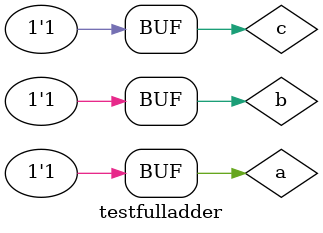
<source format=v>


module halfadder (s0, s1, a, b);
 output s0, s1;
 input  a, b;
 
xor XOR1 (s0, a, b);
and AND1 (s1, a, b);
 
endmodule //halfadder

// ---------------------
// -- fulladder
// ---------------------

module fulladder(s0, s1, a, b, c);
 wire q0,q1,q2;
 output s0, s1;
 input a, b, c;

halfadder HA1 (q0, q1, a, b);
halfadder HA2 (s0, q2, q0, c);
or OR1 (s1, q1, q2);

endmodule // fulladder

// --------------------------
// -- test fulladder
// --------------------------

module testfulladder;
 reg   a, b, c;             
 wire  s0, s1;
          // instancia
 fulladder fulladder1 (s0, s1, a, b, c);

 initial begin:start
      a=0; b=0; c=0;
 end

          // parte principal
 initial begin:main
      $display("Guia 04_02 - Bruno Cezar Andrade Viallet - 396679");
      $display("Fulladder usando Half-Adders.");
      $display("\nc a b = s0 s1\n");
      $monitor(" %b %b %b = %b %b", c, a, b, s0, s1);
#1 a=0;b=1;c=0;
#1 a=1;b=0;c=0;
#1 a=1;b=1;c=0;
#1 a=0;b=0;c=1;
#1 a=0;b=1;c=1;
#1 a=1;b=0;c=1;
#1 a=1;b=1;c=1;
  
 end

endmodule // testfulladder
</source>
